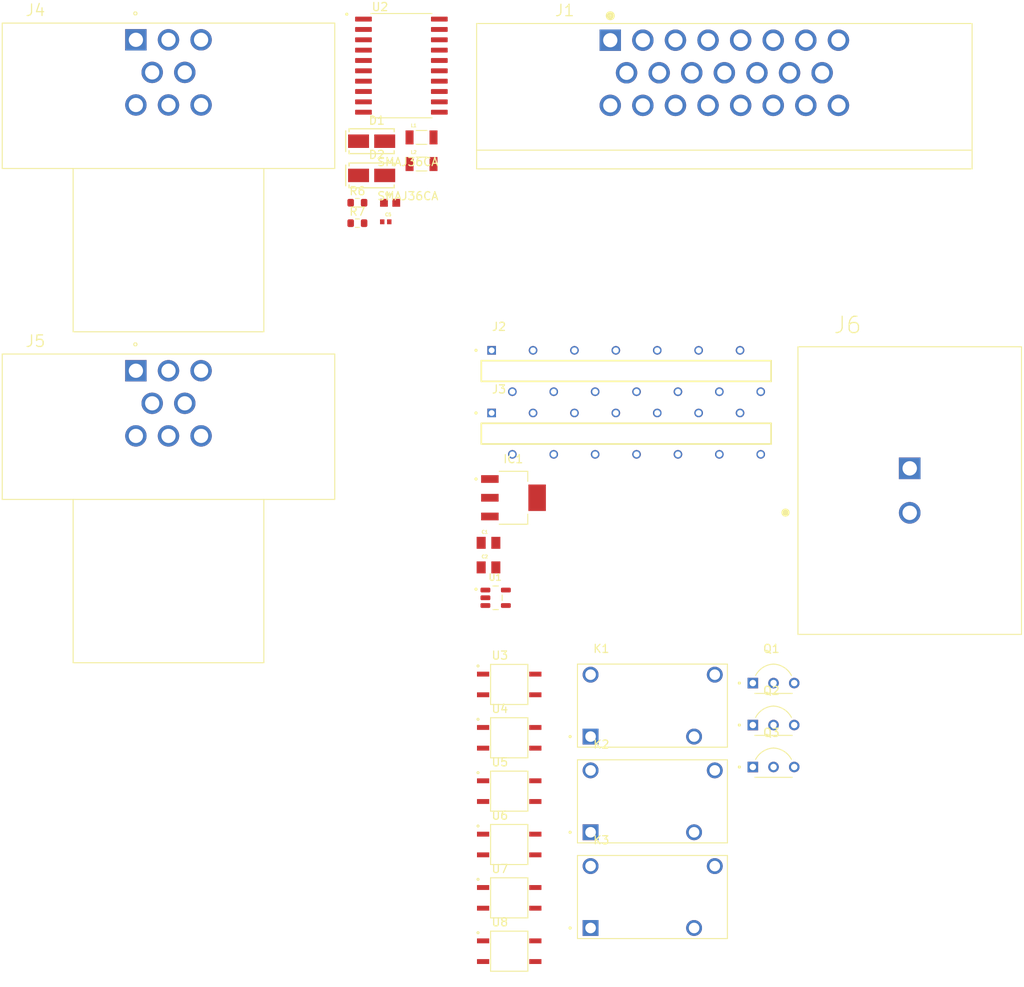
<source format=kicad_pcb>
(kicad_pcb (version 20241229) (generator "pcbnew") (generator_version "9.0")
  (layers (0 "F.Cu" signal) (2 "B.Cu" signal) (13 "F.Paste" user) (15 "B.Paste" user) (5 "F.SilkS" user "F.Silkscreen") (7 "B.SilkS" user "B.Silkscreen") (1 "F.Mask" user) (3 "B.Mask" user) (25 "Edge.Cuts" user))
  (net 0 "")
  (net 1 "+12V")
  (net 2 "GNDp")
  (net 3 "+5V")
  (net 4 "GND")
  (net 5 "/Can/GNDCanx")
  (net 6 "/Can/VCC50CANx")
  (net 7 "/Can/VCC50CAN")
  (net 8 "/Can/GNDCan")
  (net 9 "/Can/CaNHi")
  (net 10 "/Can/CaNLi")
  (net 11 "Net-(J1-Pad17)")
  (net 12 "/DigitalInputs/Button4")
  (net 13 "/DigitalInputs/Button0")
  (net 14 "Net-(J1-Pad22)")
  (net 15 "/Throttle-")
  (net 16 "/DigitalInputs/Button3")
  (net 17 "/Throttle+")
  (net 18 "/Relays/RightIndicator")
  (net 19 "+3.3V")
  (net 20 "Net-(J1-Pad21)")
  (net 21 "/Relays/LeftIndicator")
  (net 22 "Net-(J1-Pad18)")
  (net 23 "/DigitalInputs/Brake")
  (net 24 "/DigitalInputs/Button1")
  (net 25 "/DigitalInputs/Button2")
  (net 26 "/DigitalInputs/BrakeIO")
  (net 27 "/Relays/LeftTurnSignal")
  (net 28 "/DigitalInputs/Dio2")
  (net 30 "/DigitalInputs/Dio4")
  (net 31 "/DigitalInputs/Dio3")
  (net 33 "/DigitalInputs/Dio0")
  (net 36 "/Relays/RightTurnSignal")
  (net 37 "/Relays/BattRelay")
  (net 38 "/DigitalInputs/Dio1")
  (net 41 "/Can/CanRx")
  (net 42 "/Throttle")
  (net 44 "/Can/CanTx")
  (net 49 "/Can/CaNH")
  (net 51 "/Can/CaNL")
  (net 56 "/Relays/BattIn")
  (net 57 "/Relays/BattOut")
  (net 58 "Net-(K1-Pad1)")
  (net 59 "Net-(K2-Pad1)")
  (net 60 "Net-(K3-Pad1)")
  (net 61 "Net-(U1-OUT)")
  (net 62 "Net-(U1-+IN)")
  (net 63 "/Can/AuxCAN")
  (net 64 "Net-(R8-Pad2)")
  (net 65 "Net-(R9-Pad2)")
  (net 66 "Net-(R10-Pad2)")
  (net 67 "Net-(R14-Pad2)")
  (net 68 "Net-(R15-Pad2)")
  (net 69 "Net-(R16-Pad2)")
  (footprint "VOM618A-3T:SOIC254P695X242-4N" (layer "F.Cu") (at 174.595 103.545)
    (property "Reference" "U3" (at -1.14404 -3.5592 0) (layer "F.SilkS") (effects (font (size 1.000898 1.000898))))
    (property "Value" "VOM618A-3T")
    (fp_line (start -2.285 -2.46) (end 2.285 -2.46) (stroke (width 0.127)) (layer "F.SilkS"))
    (fp_line (start -2.285 2.46) (end -2.285 -2.46) (stroke (width 0.127)) (layer "F.SilkS"))
    (fp_line (start 2.285 -2.46) (end 2.285 2.46) (stroke (width 0.127)) (layer "F.SilkS"))
    (fp_line (start 2.285 2.46) (end -2.285 2.46) (stroke (width 0.127)) (layer "F.SilkS"))
    (fp_circle (center -3.826 -2.27) (end -3.699 -2.27) (stroke (width 0.127)) (fill no) (layer "F.SilkS"))
    (pad "1" smd rect (at -3.205 -1.27) (size 1.5 0.6) (layers "F.Cu" "F.Mask" "F.Paste") (net 64 "Net-(R8-Pad2)"))
    (pad "2" smd rect (at -3.205 1.27) (size 1.5 0.6) (layers "F.Cu" "F.Mask" "F.Paste") (net 2 "GNDp"))
    (pad "3" smd rect (at 3.205 1.27) (size 1.5 0.6) (layers "F.Cu" "F.Mask" "F.Paste") (net 4 "GND"))
    (pad "4" smd rect (at 3.205 -1.27) (size 1.5 0.6) (layers "F.Cu" "F.Mask" "F.Paste") (net 26 "/DigitalInputs/BrakeIO"))
  )
  (footprint "776280-1:TE_776280-1" (layer "F.Cu") (at 132.785 69.03)
    (property "Reference" "J5" (at -16.330125 -7.631985 0) (layer "F.SilkS") (effects (font (size 1.417504 1.417504))))
    (property "Value" "776280-1")
    (fp_line (start -20.4 -6.05) (end -20.4 11.8) (stroke (width 0.127)) (layer "F.SilkS"))
    (fp_line (start -20.4 11.8) (end -11.7 11.8) (stroke (width 0.127)) (layer "F.SilkS"))
    (fp_line (start -11.7 11.8) (end -11.7 31.85) (stroke (width 0.127)) (layer "F.SilkS"))
    (fp_line (start -11.7 11.8) (end 11.7 11.8) (stroke (width 0.127)) (layer "F.SilkS"))
    (fp_line (start -11.7 31.85) (end 11.7 31.85) (stroke (width 0.127)) (layer "F.SilkS"))
    (fp_line (start 11.7 11.8) (end 20.4 11.8) (stroke (width 0.127)) (layer "F.SilkS"))
    (fp_line (start 11.7 31.85) (end 11.7 11.8) (stroke (width 0.127)) (layer "F.SilkS"))
    (fp_line (start 20.4 -6.05) (end -20.4 -6.05) (stroke (width 0.127)) (layer "F.SilkS"))
    (fp_line (start 20.4 11.8) (end 20.4 -6.05) (stroke (width 0.127)) (layer "F.SilkS"))
    (fp_circle (center -4.064 -7.239) (end -3.864 -7.239) (stroke (width 0.127)) (fill no) (layer "F.SilkS"))
    (pad "" np_thru_hole circle (at -10.5 0.5) (size 2.85 2.85) (drill 2.85) (layers "*.Cu" "*.Mask"))
    (pad "" np_thru_hole circle (at 10.5 0.5) (size 2.85 2.85) (drill 2.85) (layers "*.Cu" "*.Mask"))
    (pad "1" thru_hole rect (at -4 -4) (size 2.625 2.625) (drill 1.75) (layers "*.Cu" "*.Mask") (net 1 "+12V"))
    (pad "2" thru_hole circle (at 0 -4) (size 2.625 2.625) (drill 1.75) (layers "*.Cu" "*.Mask") (net 2 "GNDp"))
    (pad "3" thru_hole circle (at 4 -4) (size 2.625 2.625) (drill 1.75) (layers "*.Cu" "*.Mask") (net 49 "/Can/CaNH"))
    (pad "4" thru_hole circle (at -2 0) (size 2.625 2.625) (drill 1.75) (layers "*.Cu" "*.Mask") (net 51 "/Can/CaNL"))
    (pad "5" thru_hole circle (at 2 0) (size 2.625 2.625) (drill 1.75) (layers "*.Cu" "*.Mask"))
    (pad "6" thru_hole circle (at -4 4) (size 2.625 2.625) (drill 1.75) (layers "*.Cu" "*.Mask"))
    (pad "7" thru_hole circle (at 0 4) (size 2.625 2.625) (drill 1.75) (layers "*.Cu" "*.Mask"))
    (pad "8" thru_hole circle (at 4 4) (size 2.625 2.625) (drill 1.75) (layers "*.Cu" "*.Mask"))
  )
  (footprint "SMAJ36CA:SMASERIES-M" (layer "F.Cu") (at 157.7112 41.0506)
    (property "Reference" "D2" (at 0.635 -2.54 0) (layer "F.SilkS"))
    (property "Value" "SMAJ36CA" (at 4.445 2.54 0) (layer "F.SilkS"))
    (fp_line (start -3.175 -1.27) (end -3.175 1.27) (stroke (width 0.1524)) (layer "F.SilkS"))
    (fp_line (start -2.7686 -1.524) (end -2.7686 -1.1684) (stroke (width 0.1524)) (layer "F.SilkS"))
    (fp_line (start -2.7686 1.1684) (end -2.7686 1.524) (stroke (width 0.1524)) (layer "F.SilkS"))
    (fp_line (start -2.7686 1.524) (end 2.7686 1.524) (stroke (width 0.1524)) (layer "F.SilkS"))
    (fp_line (start 2.7686 -1.524) (end -2.7686 -1.524) (stroke (width 0.1524)) (layer "F.SilkS"))
    (fp_line (start 2.7686 -1.1684) (end 2.7686 -1.524) (stroke (width 0.1524)) (layer "F.SilkS"))
    (fp_line (start 2.7686 1.524) (end 2.7686 1.1684) (stroke (width 0.1524)) (layer "F.SilkS"))
    (pad "1" smd rect (at -1.6046 0) (size 2.574 1.651) (layers "F.Cu" "F.Mask" "F.Paste") (net 10 "/Can/CaNLi"))
    (pad "2" smd rect (at 1.6046 0) (size 2.574 1.651) (layers "F.Cu" "F.Mask" "F.Paste") (net 8 "/Can/GNDCan"))
  )
  (footprint "VOM618A-3T:SOIC254P695X242-4N" (layer "F.Cu") (at 174.595 123.195)
    (property "Reference" "U6" (at -1.14404 -3.5592 0) (layer "F.SilkS") (effects (font (size 1.000898 1.000898))))
    (property "Value" "VOM618A-3T")
    (fp_line (start -2.285 -2.46) (end 2.285 -2.46) (stroke (width 0.127)) (layer "F.SilkS"))
    (fp_line (start -2.285 2.46) (end -2.285 -2.46) (stroke (width 0.127)) (layer "F.SilkS"))
    (fp_line (start 2.285 -2.46) (end 2.285 2.46) (stroke (width 0.127)) (layer "F.SilkS"))
    (fp_line (start 2.285 2.46) (end -2.285 2.46) (stroke (width 0.127)) (layer "F.SilkS"))
    (fp_circle (center -3.826 -2.27) (end -3.699 -2.27) (stroke (width 0.127)) (fill no) (layer "F.SilkS"))
    (pad "1" smd rect (at -3.205 -1.27) (size 1.5 0.6) (layers "F.Cu" "F.Mask" "F.Paste") (net 67 "Net-(R14-Pad2)"))
    (pad "2" smd rect (at -3.205 1.27) (size 1.5 0.6) (layers "F.Cu" "F.Mask" "F.Paste") (net 2 "GNDp"))
    (pad "3" smd rect (at 3.205 1.27) (size 1.5 0.6) (layers "F.Cu" "F.Mask" "F.Paste") (net 4 "GND"))
    (pad "4" smd rect (at 3.205 -1.27) (size 1.5 0.6) (layers "F.Cu" "F.Mask" "F.Paste") (net 33 "/DigitalInputs/Dio0"))
  )
  (footprint "DT15-2P:TE_DT15-2P" (layer "F.Cu") (at 223.74 79.745)
    (property "Reference" "J6" (at -7.62055 -20.32149 0) (layer "F.SilkS") (effects (font (size 2.000142 2.000142))))
    (property "Value" "DT15-2P")
    (fp_line (start -13.715 -17.655) (end -13.715 17.655) (stroke (width 0.127)) (layer "F.SilkS"))
    (fp_line (start -13.715 17.655) (end 13.715 17.655) (stroke (width 0.127)) (layer "F.SilkS"))
    (fp_line (start 13.715 -17.655) (end -13.715 -17.655) (stroke (width 0.127)) (layer "F.SilkS"))
    (fp_line (start 13.715 17.655) (end 13.715 -17.655) (stroke (width 0.127)) (layer "F.SilkS"))
    (fp_circle (center -15.24 2.7) (end -14.99 2.7) (stroke (width 0.5)) (fill no) (layer "F.SilkS"))
    (pad "" np_thru_hole circle (at -6.11 -9.155) (size 2.99 2.99) (drill 2.99) (layers "*.Cu" "*.Mask"))
    (pad "" np_thru_hole circle (at -6.11 9.155) (size 2.99 2.99) (drill 2.99) (layers "*.Cu" "*.Mask"))
    (pad "" np_thru_hole circle (at 7.4 -9.155) (size 2.99 2.99) (drill 2.99) (layers "*.Cu" "*.Mask"))
    (pad "" np_thru_hole circle (at 7.4 9.155) (size 2.99 2.99) (drill 2.99) (layers "*.Cu" "*.Mask"))
    (pad "1" thru_hole rect (at 0 -2.73) (size 2.655 2.655) (drill 1.77) (layers "*.Cu" "*.Mask") (net 57 "/Relays/BattOut"))
    (pad "2" thru_hole circle (at 0 2.73) (size 2.655 2.655) (drill 1.77) (layers "*.Cu" "*.Mask") (net 56 "/Relays/BattIn"))
  )
  (footprint "770669-5:TE_770669-5" (layer "F.Cu") (at 200.995 28.95)
    (property "Reference" "J1" (at -19.590125 -8.153615 0) (layer "F.SilkS") (effects (font (size 1.402512 1.402512))))
    (property "Value" "770669-5")
    (fp_line (start -30.4 -6.55) (end -30.4 9) (stroke (width 0.127)) (layer "F.SilkS"))
    (fp_line (start -30.4 9) (end -30.4 11.3) (stroke (width 0.127)) (layer "F.SilkS"))
    (fp_line (start -30.4 9) (end 30.4 9) (stroke (width 0.127)) (layer "F.SilkS"))
    (fp_line (start -30.4 11.3) (end -21.7 11.3) (stroke (width 0.127)) (layer "F.SilkS"))
    (fp_line (start -21.7 11.3) (end 21.7 11.3) (stroke (width 0.127)) (layer "F.SilkS"))
    (fp_line (start 21.7 11.3) (end 30.4 11.3) (stroke (width 0.127)) (layer "F.SilkS"))
    (fp_line (start 30.4 -6.55) (end -30.4 -6.55) (stroke (width 0.127)) (layer "F.SilkS"))
    (fp_line (start 30.4 9) (end 30.4 -6.55) (stroke (width 0.127)) (layer "F.SilkS"))
    (fp_line (start 30.4 11.3) (end 30.4 9) (stroke (width 0.127)) (layer "F.SilkS"))
    (fp_circle (center -14 -7.5) (end -13.7 -7.5) (stroke (width 0.5)) (fill no) (layer "F.SilkS"))
    (pad "" np_thru_hole circle (at -20.5 0) (size 2.85 2.85) (drill 2.85) (layers "*.Cu" "*.Mask"))
    (pad "" np_thru_hole circle (at 20.5 0) (size 2.85 2.85) (drill 2.85) (layers "*.Cu" "*.Mask"))
    (pad "1" thru_hole rect (at -14 -4.5) (size 2.625 2.625) (drill 1.75) (layers "*.Cu" "*.Mask") (net 1 "+12V"))
    (pad "2" thru_hole circle (at -10 -4.5) (size 2.625 2.625) (drill 1.75) (layers "*.Cu" "*.Mask") (net 13 "/DigitalInputs/Button0"))
    (pad "3" thru_hole circle (at -6 -4.5) (size 2.625 2.625) (drill 1.75) (layers "*.Cu" "*.Mask") (net 24 "/DigitalInputs/Button1"))
    (pad "4" thru_hole circle (at -2 -4.5) (size 2.625 2.625) (drill 1.75) (layers "*.Cu" "*.Mask") (net 25 "/DigitalInputs/Button2"))
    (pad "5" thru_hole circle (at 2 -4.5) (size 2.625 2.625) (drill 1.75) (layers "*.Cu" "*.Mask") (net 16 "/DigitalInputs/Button3"))
    (pad "6" thru_hole circle (at 6 -4.5) (size 2.625 2.625) (drill 1.75) (layers "*.Cu" "*.Mask") (net 12 "/DigitalInputs/Button4"))
    (pad "7" thru_hole circle (at 10 -4.5) (size 2.625 2.625) (drill 1.75) (layers "*.Cu" "*.Mask") (net 23 "/DigitalInputs/Brake"))
    (pad "8" thru_hole circle (at 14 -4.5) (size 2.625 2.625) (drill 1.75) (layers "*.Cu" "*.Mask") (net 17 "/Throttle+"))
    (pad "9" thru_hole circle (at -12 -0.5) (size 2.625 2.625) (drill 1.75) (layers "*.Cu" "*.Mask") (net 15 "/Throttle-"))
    (pad "10" thru_hole circle (at -8 -0.5) (size 2.625 2.625) (drill 1.75) (layers "*.Cu" "*.Mask") (net 19 "+3.3V"))
    (pad "11" thru_hole circle (at -4 -0.5) (size 2.625 2.625) (drill 1.75) (layers "*.Cu" "*.Mask") (net 2 "GNDp"))
    (pad "12" thru_hole circle (at 0 -0.5) (size 2.625 2.625) (drill 1.75) (layers "*.Cu" "*.Mask") (net 21 "/Relays/LeftIndicator"))
    (pad "13" thru_hole circle (at 4 -0.5) (size 2.625 2.625) (drill 1.75) (layers "*.Cu" "*.Mask") (net 18 "/Relays/RightIndicator"))
    (pad "14" thru_hole circle (at 8 -0.5) (size 2.625 2.625) (drill 1.75) (layers "*.Cu" "*.Mask") (net 2 "GNDp"))
    (pad "15" thru_hole circle (at 12 -0.5) (size 2.625 2.625) (drill 1.75) (layers "*.Cu" "*.Mask") (net 4 "GND"))
    (pad "16" thru_hole circle (at -14 3.5) (size 2.625 2.625) (drill 1.75) (layers "*.Cu" "*.Mask") (net 4 "GND"))
    (pad "17" thru_hole circle (at -10 3.5) (size 2.625 2.625) (drill 1.75) (layers "*.Cu" "*.Mask") (net 11 "Net-(J1-Pad17)"))
    (pad "18" thru_hole circle (at -6 3.5) (size 2.625 2.625) (drill 1.75) (layers "*.Cu" "*.Mask") (net 22 "Net-(J1-Pad18)"))
    (pad "19" thru_hole circle (at -2 3.5) (size 2.625 2.625) (drill 1.75) (layers "*.Cu" "*.Mask") (net 3 "+5V"))
    (pad "20" thru_hole circle (at 2 3.5) (size 2.625 2.625) (drill 1.75) (layers "*.Cu" "*.Mask") (net 3 "+5V"))
    (pad "21" thru_hole circle (at 6 3.5) (size 2.625 2.625) (drill 1.75) (layers "*.Cu" "*.Mask") (net 20 "Net-(J1-Pad21)"))
    (pad "22" thru_hole circle (at 10 3.5) (size 2.625 2.625) (drill 1.75) (layers "*.Cu" "*.Mask") (net 14 "Net-(J1-Pad22)"))
    (pad "23" thru_hole circle (at 14 3.5) (size 2.625 2.625) (drill 1.75) (layers "*.Cu" "*.Mask") (net 4 "GND"))
  )
  (footprint "VOM618A-3T:SOIC254P695X242-4N" (layer "F.Cu") (at 174.595 110.095)
    (property "Reference" "U4" (at -1.14404 -3.5592 0) (layer "F.SilkS") (effects (font (size 1.000898 1.000898))))
    (property "Value" "VOM618A-3T")
    (fp_line (start -2.285 -2.46) (end 2.285 -2.46) (stroke (width 0.127)) (layer "F.SilkS"))
    (fp_line (start -2.285 2.46) (end -2.285 -2.46) (stroke (width 0.127)) (layer "F.SilkS"))
    (fp_line (start 2.285 -2.46) (end 2.285 2.46) (stroke (width 0.127)) (layer "F.SilkS"))
    (fp_line (start 2.285 2.46) (end -2.285 2.46) (stroke (width 0.127)) (layer "F.SilkS"))
    (fp_circle (center -3.826 -2.27) (end -3.699 -2.27) (stroke (width 0.127)) (fill no) (layer "F.SilkS"))
    (pad "1" smd rect (at -3.205 -1.27) (size 1.5 0.6) (layers "F.Cu" "F.Mask" "F.Paste") (net 65 "Net-(R9-Pad2)"))
    (pad "2" smd rect (at -3.205 1.27) (size 1.5 0.6) (layers "F.Cu" "F.Mask" "F.Paste") (net 2 "GNDp"))
    (pad "3" smd rect (at 3.205 1.27) (size 1.5 0.6) (layers "F.Cu" "F.Mask" "F.Paste") (net 4 "GND"))
    (pad "4" smd rect (at 3.205 -1.27) (size 1.5 0.6) (layers "F.Cu" "F.Mask" "F.Paste") (net 31 "/DigitalInputs/Dio3"))
  )
  (footprint "776280-1:TE_776280-1" (layer "F.Cu") (at 132.785 28.4025)
    (property "Reference" "J4" (at -16.330125 -7.631985 0) (layer "F.SilkS") (effects (font (size 1.417504 1.417504))))
    (property "Value" "776280-1")
    (fp_line (start -20.4 -6.05) (end -20.4 11.8) (stroke (width 0.127)) (layer "F.SilkS"))
    (fp_line (start -20.4 11.8) (end -11.7 11.8) (stroke (width 0.127)) (layer "F.SilkS"))
    (fp_line (start -11.7 11.8) (end -11.7 31.85) (stroke (width 0.127)) (layer "F.SilkS"))
    (fp_line (start -11.7 11.8) (end 11.7 11.8) (stroke (width 0.127)) (layer "F.SilkS"))
    (fp_line (start -11.7 31.85) (end 11.7 31.85) (stroke (width 0.127)) (layer "F.SilkS"))
    (fp_line (start 11.7 11.8) (end 20.4 11.8) (stroke (width 0.127)) (layer "F.SilkS"))
    (fp_line (start 11.7 31.85) (end 11.7 11.8) (stroke (width 0.127)) (layer "F.SilkS"))
    (fp_line (start 20.4 -6.05) (end -20.4 -6.05) (stroke (width 0.127)) (layer "F.SilkS"))
    (fp_line (start 20.4 11.8) (end 20.4 -6.05) (stroke (width 0.127)) (layer "F.SilkS"))
    (fp_circle (center -4.064 -7.239) (end -3.864 -7.239) (stroke (width 0.127)) (fill no) (layer "F.SilkS"))
    (pad "" np_thru_hole circle (at -10.5 0.5) (size 2.85 2.85) (drill 2.85) (layers "*.Cu" "*.Mask"))
    (pad "" np_thru_hole circle (at 10.5 0.5) (size 2.85 2.85) (drill 2.85) (layers "*.Cu" "*.Mask"))
    (pad "1" thru_hole rect (at -4 -4) (size 2.625 2.625) (drill 1.75) (layers "*.Cu" "*.Mask") (net 1 "+12V"))
    (pad "2" thru_hole circle (at 0 -4) (size 2.625 2.625) (drill 1.75) (layers "*.Cu" "*.Mask") (net 2 "GNDp"))
    (pad "3" thru_hole circle (at 4 -4) (size 2.625 2.625) (drill 1.75) (layers "*.Cu" "*.Mask") (net 49 "/Can/CaNH"))
    (pad "4" thru_hole circle (at -2 0) (size 2.625 2.625) (drill 1.75) (layers "*.Cu" "*.Mask") (net 51 "/Can/CaNL"))
    (pad "5" thru_hole circle (at 2 0) (size 2.625 2.625) (drill 1.75) (layers "*.Cu" "*.Mask"))
    (pad "6" thru_hole circle (at -4 4) (size 2.625 2.625) (drill 1.75) (layers "*.Cu" "*.Mask"))
    (pad "7" thru_hole circle (at 0 4) (size 2.625 2.625) (drill 1.75) (layers "*.Cu" "*.Mask"))
    (pad "8" thru_hole circle (at 4 4) (size 2.625 2.625) (drill 1.75) (layers "*.Cu" "*.Mask"))
  )
  (footprint "RN73C2B100RBTDF:RESC3015X65N" (layer "F.Cu") (at 163.835 36.385)
    (property "Reference" "L1" (at -0.96 -1.45 0) (layer "F.SilkS") (effects (font (size 0.393701 0.393701) (thickness 0.098425))))
    (property "Value" "100BR")
    (fp_line (start -0.66 -0.85) (end 0.66 -0.85) (stroke (width 0.127)) (layer "F.SilkS"))
    (fp_line (start -0.66 0.85) (end 0.66 0.85) (stroke (width 0.127)) (layer "F.SilkS"))
    (pad "1" smd rect (at -1.47 0) (size 0.98 1.72) (layers "F.Cu" "F.Mask" "F.Paste") (net 6 "/Can/VCC50CANx"))
    (pad "2" smd rect (at 1.47 0) (size 0.98 1.72) (layers "F.Cu" "F.Mask" "F.Paste") (net 7 "/Can/VCC50CAN"))
  )
  (footprint "VOM618A-3T:SOIC254P695X242-4N" (layer "F.Cu") (at 174.595 136.295)
    (property "Reference" "U8" (at -1.14404 -3.5592 0) (layer "F.SilkS") (effects (font (size 1.000898 1.000898))))
    (property "Value" "VOM618A-3T")
    (fp_line (start -2.285 -2.46) (end 2.285 -2.46) (stroke (width 0.127)) (layer "F.SilkS"))
    (fp_line (start -2.285 2.46) (end -2.285 -2.46) (stroke (width 0.127)) (layer "F.SilkS"))
    (fp_line (start 2.285 -2.46) (end 2.285 2.46) (stroke (width 0.127)) (layer "F.SilkS"))
    (fp_line (start 2.285 2.46) (end -2.285 2.46) (stroke (width 0.127)) (layer "F.SilkS"))
    (fp_circle (center -3.826 -2.27) (end -3.699 -2.27) (stroke (width 0.127)) (fill no) (layer "F.SilkS"))
    (pad "1" smd rect (at -3.205 -1.27) (size 1.5 0.6) (layers "F.Cu" "F.Mask" "F.Paste") (net 69 "Net-(R16-Pad2)"))
    (pad "2" smd rect (at -3.205 1.27) (size 1.5 0.6) (layers "F.Cu" "F.Mask" "F.Paste") (net 2 "GNDp"))
    (pad "3" smd rect (at 3.205 1.27) (size 1.5 0.6) (layers "F.Cu" "F.Mask" "F.Paste") (net 4 "GND"))
    (pad "4" smd rect (at 3.205 -1.27) (size 1.5 0.6) (layers "F.Cu" "F.Mask" "F.Paste") (net 28 "/DigitalInputs/Dio2"))
  )
  (footprint "ADM3057EBRWZ:SOIC127P1032X265-20N" (layer "F.Cu") (at 161.365 27.575)
    (property "Reference" "U2" (at -2.625 -7.212 0) (layer "F.SilkS"))
    (property "Value" "ADM3057EBRWZ")
    (fp_line (start -3.75 -6.4) (end 3.75 -6.4) (stroke (width 0.127)) (layer "F.SilkS"))
    (fp_line (start -3.75 6.4) (end 3.75 6.4) (stroke (width 0.127)) (layer "F.SilkS"))
    (fp_circle (center -6.705 -6.315) (end -6.605 -6.315) (stroke (width 0.2)) (fill no) (layer "F.SilkS"))
    (pad "1" smd roundrect (at -4.655 -5.715) (size 2.05 0.6) (layers "F.Cu" "F.Mask" "F.Paste") (roundrect_rratio 0.125) (net 4 "GND"))
    (pad "2" smd roundrect (at -4.655 -4.445) (size 2.05 0.6) (layers "F.Cu" "F.Mask" "F.Paste") (roundrect_rratio 0.125) (net 4 "GND"))
    (pad "3" smd roundrect (at -4.655 -3.175) (size 2.05 0.6) (layers "F.Cu" "F.Mask" "F.Paste") (roundrect_rratio 0.125) (net 3 "+5V"))
    (pad "4" smd roundrect (at -4.655 -1.905) (size 2.05 0.6) (layers "F.Cu" "F.Mask" "F.Paste") (roundrect_rratio 0.125) (net 19 "+3.3V"))
    (pad "5" smd roundrect (at -4.655 -0.635) (size 2.05 0.6) (layers "F.Cu" "F.Mask" "F.Paste") (roundrect_rratio 0.125) (net 41 "/Can/CanRx"))
    (pad "6" smd roundrect (at -4.655 0.635) (size 2.05 0.6) (layers "F.Cu" "F.Mask" "F.Paste") (roundrect_rratio 0.125) (net 4 "GND"))
    (pad "7" smd roundrect (at -4.655 1.905) (size 2.05 0.6) (layers "F.Cu" "F.Mask" "F.Paste") (roundrect_rratio 0.125) (net 44 "/Can/CanTx"))
    (pad "8" smd roundrect (at -4.655 3.175) (size 2.05 0.6) (layers "F.Cu" "F.Mask" "F.Paste") (roundrect_rratio 0.125) (net 4 "GND"))
    (pad "9" smd roundrect (at -4.655 4.445) (size 2.05 0.6) (layers "F.Cu" "F.Mask" "F.Paste") (roundrect_rratio 0.125) (net 4 "GND"))
    (pad "10" smd roundrect (at -4.655 5.715) (size 2.05 0.6) (layers "F.Cu" "F.Mask" "F.Paste") (roundrect_rratio 0.125) (net 4 "GND"))
    (pad "11" smd roundrect (at 4.655 5.715) (size 2.05 0.6) (layers "F.Cu" "F.Mask" "F.Paste") (roundrect_rratio 0.125) (net 8 "/Can/GNDCan"))
    (pad "12" smd roundrect (at 4.655 4.445) (size 2.05 0.6) (layers "F.Cu" "F.Mask" "F.Paste") (roundrect_rratio 0.125) (net 8 "/Can/GNDCan"))
    (pad "13" smd roundrect (at 4.655 3.175) (size 2.05 0.6) (layers "F.Cu" "F.Mask" "F.Paste") (roundrect_rratio 0.125) (net 10 "/Can/CaNLi"))
    (pad "14" smd roundrect (at 4.655 1.905) (size 2.05 0.6) (layers "F.Cu" "F.Mask" "F.Paste") (roundrect_rratio 0.125) (net 9 "/Can/CaNHi"))
    (pad "15" smd roundrect (at 4.655 0.635) (size 2.05 0.6) (layers "F.Cu" "F.Mask" "F.Paste") (roundrect_rratio 0.125) (net 8 "/Can/GNDCan"))
    (pad "16" smd roundrect (at 4.655 -0.635) (size 2.05 0.6) (layers "F.Cu" "F.Mask" "F.Paste") (roundrect_rratio 0.125) (net 7 "/Can/VCC50CAN"))
    (pad "17" smd roundrect (at 4.655 -1.905) (size 2.05 0.6) (layers "F.Cu" "F.Mask" "F.Paste") (roundrect_rratio 0.125) (net 63 "/Can/AuxCAN"))
    (pad "18" smd roundrect (at 4.655 -3.175) (size 2.05 0.6) (layers "F.Cu" "F.Mask" "F.Paste") (roundrect_rratio 0.125) (net 5 "/Can/GNDCanx"))
    (pad "19" smd roundrect (at 4.655 -4.445) (size 2.05 0.6) (layers "F.Cu" "F.Mask" "F.Paste") (roundrect_rratio 0.125) (net 6 "/Can/VCC50CANx"))
    (pad "20" smd roundrect (at 4.655 -5.715) (size 2.05 0.6) (layers "F.Cu" "F.Mask" "F.Paste") (roundrect_rratio 0.125) (net 5 "/Can/GNDCanx"))
  )
  (footprint "VOM618A-3T:SOIC254P695X242-4N" (layer "F.Cu") (at 174.595 116.645)
    (property "Reference" "U5" (at -1.14404 -3.5592 0) (layer "F.SilkS") (effects (font (size 1.000898 1.000898))))
    (property "Value" "VOM618A-3T")
    (fp_line (start -2.285 -2.46) (end 2.285 -2.46) (stroke (width 0.127)) (layer "F.SilkS"))
    (fp_line (start -2.285 2.46) (end -2.285 -2.46) (stroke (width 0.127)) (layer "F.SilkS"))
    (fp_line (start 2.285 -2.46) (end 2.285 2.46) (stroke (width 0.127)) (layer "F.SilkS"))
    (fp_line (start 2.285 2.46) (end -2.285 2.46) (stroke (width 0.127)) (layer "F.SilkS"))
    (fp_circle (center -3.826 -2.27) (end -3.699 -2.27) (stroke (width 0.127)) (fill no) (layer "F.SilkS"))
    (pad "1" smd rect (at -3.205 -1.27) (size 1.5 0.6) (layers "F.Cu" "F.Mask" "F.Paste") (net 66 "Net-(R10-Pad2)"))
    (pad "2" smd rect (at -3.205 1.27) (size 1.5 0.6) (layers "F.Cu" "F.Mask" "F.Paste") (net 2 "GNDp"))
    (pad "3" smd rect (at 3.205 1.27) (size 1.5 0.6) (layers "F.Cu" "F.Mask" "F.Paste") (net 4 "GND"))
    (pad "4" smd rect (at 3.205 -1.27) (size 1.5 0.6) (layers "F.Cu" "F.Mask" "F.Paste") (net 30 "/DigitalInputs/Dio4"))
  )
  (footprint "RN73C2B100RBTDF:RESC3015X65N" (layer "F.Cu") (at 163.835 39.655)
    (property "Reference" "L2" (at -0.96 -1.45 0) (layer "F.SilkS") (effects (font (size 0.393701 0.393701) (thickness 0.098425))))
    (property "Value" "100BR")
    (fp_line (start -0.66 -0.85) (end 0.66 -0.85) (stroke (width 0.127)) (layer "F.SilkS"))
    (fp_line (start -0.66 0.85) (end 0.66 0.85) (stroke (width 0.127)) (layer "F.SilkS"))
    (pad "1" smd rect (at -1.47 0) (size 0.98 1.72) (layers "F.Cu" "F.Mask" "F.Paste") (net 5 "/Can/GNDCanx"))
    (pad "2" smd rect (at 1.47 0) (size 0.98 1.72) (layers "F.Cu" "F.Mask" "F.Paste") (net 8 "/Can/GNDCan"))
  )
  (footprint "PRE29-5V-S-450-1A-E:RELAY_PRE29-5V-S-450-1A-E" (layer "F.Cu") (at 192.17 106.145)
    (property "Reference" "K1" (at -6.275 -6.985 0) (layer "F.SilkS"))
    (property "Value" "J107F1AS123VDC.36")
    (fp_line (start -9.2 -5.1) (end -9.2 5.1) (stroke (width 0.127)) (layer "F.SilkS"))
    (fp_line (start -9.2 5.1) (end 9.2 5.1) (stroke (width 0.127)) (layer "F.SilkS"))
    (fp_line (start 9.2 -5.1) (end -9.2 -5.1) (stroke (width 0.127)) (layer "F.SilkS"))
    (fp_line (start 9.2 5.1) (end 9.2 -5.1) (stroke (width 0.127)) (layer "F.SilkS"))
    (fp_circle (center -10.1 3.8) (end -10 3.8) (stroke (width 0.2)) (fill no) (layer "F.SilkS"))
    (pad "1" thru_hole rect (at -7.59 3.8) (size 1.95 1.95) (drill 1.3) (layers "*.Cu" "*.Mask") (net 58 "Net-(K1-Pad1)"))
    (pad "2" thru_hole circle (at -7.59 -3.8) (size 1.95 1.95) (drill 1.3) (layers "*.Cu" "*.Mask") (net 3 "+5V"))
    (pad "3" thru_hole circle (at 5.11 3.8) (size 1.95 1.95) (drill 1.3) (layers "*.Cu" "*.Mask") (net 18 "/Relays/RightIndicator"))
    (pad "4" thru_hole circle (at 7.65 -3.8) (size 1.95 1.95) (drill 1.3) (layers "*.Cu" "*.Mask") (net 1 "+12V"))
  )
  (footprint "Cap10U:CAPC2012X145N" (layer "F.Cu") (at 172.053 89.174)
    (property "Reference" "C2" (at -0.46 -1.32 0) (layer "F.SilkS") (effects (font (size 0.393701 0.393701) (thickness 0.098425))))
    (property "Value" "10U")
    (pad "1" smd rect (at -0.9 0) (size 1.11 1.47) (layers "F.Cu" "F.Mask" "F.Paste") (net 4 "GND"))
    (pad "2" smd rect (at 0.9 0) (size 1.11 1.47) (layers "F.Cu" "F.Mask" "F.Paste") (net 3 "+5V"))
  )
  (footprint "2N2222A:TO92254P470H750-3" (layer "F.Cu") (at 207.029 106.199)
    (property "Reference" "Q2" (at -0.264 -1.887 0) (layer "F.SilkS"))
    (property "Value" "2N2222A")
    (fp_line (start -2.3 3.6) (end 2.3 3.6) (stroke (width 0.127)) (layer "F.SilkS"))
    (fp_arc (start -2.2 1.4) (mid -1.287564 0.405256) (end 0 0) (stroke (width 0.127)) (layer "F.SilkS"))
    (fp_arc (start 0 0) (mid 1.287564 0.405256) (end 2.2 1.4) (stroke (width 0.127)) (layer "F.SilkS"))
    (fp_circle (center -4.189 2.33) (end -4.089 2.33) (stroke (width 0.2)) (fill no) (layer "F.SilkS"))
    (pad "1" thru_hole rect (at -2.54 2.33) (size 1.298 1.298) (drill 0.79) (layers "*.Cu" "*.Mask") (net 4 "GND"))
    (pad "2" thru_hole circle (at 0 2.33) (size 1.298 1.298) (drill 0.79) (layers "*.Cu" "*.Mask") (net 37 "/Relays/BattRelay"))
    (pad "3" thru_hole circle (at 2.54 2.33) (size 1.298 1.298) (drill 0.79) (layers "*.Cu" "*.Mask") (net 60 "Net-(K3-Pad1)"))
  )
  (footprint "PRE29-5V-S-450-1A-E:RELAY_PRE29-5V-S-450-1A-E" (layer "F.Cu") (at 192.17 117.895)
    (property "Reference" "K2" (at -6.275 -6.985 0) (layer "F.SilkS"))
    (property "Value" "J107F1AS123VDC.36")
    (fp_line (start -9.2 -5.1) (end -9.2 5.1) (stroke (width 0.127)) (layer "F.SilkS"))
    (fp_line (start -9.2 5.1) (end 9.2 5.1) (stroke (width 0.127)) (layer "F.SilkS"))
    (fp_line (start 9.2 -5.1) (end -9.2 -5.1) (stroke (width 0.127)) (layer "F.SilkS"))
    (fp_line (start 9.2 5.1) (end 9.2 -5.1) (stroke (width 0.127)) (layer "F.SilkS"))
    (fp_circle (center -10.1 3.8) (end -10 3.8) (stroke (width 0.2)) (fill no) (layer "F.SilkS"))
    (pad "1" thru_hole rect (at -7.59 3.8) (size 1.95 1.95) (drill 1.3) (layers "*.Cu" "*.Mask") (net 59 "Net-(K2-Pad1)"))
    (pad "2" thru_hole circle (at -7.59 -3.8) (size 1.95 1.95) (drill 1.3) (layers "*.Cu" "*.Mask") (net 3 "+5V"))
    (pad "3" thru_hole circle (at 5.11 3.8) (size 1.95 1.95) (drill 1.3) (layers "*.Cu" "*.Mask") (net 21 "/Relays/LeftIndicator"))
    (pad "4" thru_hole circle (at 7.65 -3.8) (size 1.95 1.95) (drill 1.3) (layers "*.Cu" "*.Mask") (net 1 "+12V"))
  )
  (footprint "2N2222A:TO92254P470H750-3" (layer "F.Cu") (at 207.029 101.047)
    (property "Reference" "Q1" (at -0.264 -1.887 0) (layer "F.SilkS"))
    (property "Value" "2N2222A")
    (fp_line (start -2.3 3.6) (end 2.3 3.6) (stroke (width 0.127)) (layer "F.SilkS"))
    (fp_arc (start -2.2 1.4) (mid -1.287564 0.405256) (end 0 0) (stroke (width 0.127)) (layer "F.SilkS"))
    (fp_arc (start 0 0) (mid 1.287564 0.405256) (end 2.2 1.4) (stroke (width 0.127)) (layer "F.SilkS"))
    (fp_circle (center -4.189 2.33) (end -4.089 2.33) (stroke (width 0.2)) (fill no) (layer "F.SilkS"))
    (pad "1" thru_hole rect (at -2.54 2.33) (size 1.298 1.298) (drill 0.79) (layers "*.Cu" "*.Mask") (net 4 "GND"))
    (pad "2" thru_hole circle (at 0 2.33) (size 1.298 1.298) (drill 0.79) (layers "*.Cu" "*.Mask") (net 36 "/Relays/RightTurnSignal"))
    (pad "3" thru_hole circle (at 2.54 2.33) (size 1.298 1.298) (drill 0.79) (layers "*.Cu" "*.Mask") (net 58 "Net-(K1-Pad1)"))
  )
  (footprint "Resistor_SMD:R_0603_1608Metric" (layer "F.Cu") (at 155.965 44.405)
    (property "Reference" "R6" (at 0 -1.43 0) (layer "F.SilkS"))
    (property "Value" "R8")
    (fp_line (start -0.237258 -0.5225) (end 0.237258 -0.5225) (stroke (width 0.12)) (layer "F.SilkS"))
    (fp_line (start -0.237258 0.5225) (end 0.237258 0.5225) (stroke (width 0.12)) (layer "F.SilkS"))
    (pad "1" smd roundrect (at -0.825 0) (size 0.8 0.95) (layers "F.Cu" "F.Mask" "F.Paste") (net 9 "/Can/CaNHi"))
    (pad "2" smd roundrect (at 0.825 0) (size 0.8 0.95) (layers "F.Cu" "F.Mask" "F.Paste") (net 49 "/Can/CaNH"))
  )
  (footprint "PRE29-5V-S-450-1A-E:RELAY_PRE29-5V-S-450-1A-E" (layer "F.Cu") (at 192.17 129.645)
    (property "Reference" "K3" (at -6.275 -6.985 0) (layer "F.SilkS"))
    (property "Value" "J107F1AS123VDC.36")
    (fp_line (start -9.2 -5.1) (end -9.2 5.1) (stroke (width 0.127)) (layer "F.SilkS"))
    (fp_line (start -9.2 5.1) (end 9.2 5.1) (stroke (width 0.127)) (layer "F.SilkS"))
    (fp_line (start 9.2 -5.1) (end -9.2 -5.1) (stroke (width 0.127)) (layer "F.SilkS"))
    (fp_line (start 9.2 5.1) (end 9.2 -5.1) (stroke (width 0.127)) (layer "F.SilkS"))
    (fp_circle (center -10.1 3.8) (end -10 3.8) (stroke (width 0.2)) (fill no) (layer "F.SilkS"))
    (pad "1" thru_hole rect (at -7.59 3.8) (size 1.95 1.95) (drill 1.3) (layers "*.Cu" "*.Mask") (net 60 "Net-(K3-Pad1)"))
    (pad "2" thru_hole circle (at -7.59 -3.8) (size 1.95 1.95) (drill 1.3) (layers "*.Cu" "*.Mask") (net 3 "+5V"))
    (pad "3" thru_hole circle (at 5.11 3.8) (size 1.95 1.95) (drill 1.3) (layers "*.Cu" "*.Mask") (net 57 "/Relays/BattOut"))
    (pad "4" thru_hole circle (at 7.65 -3.8) (size 1.95 1.95) (drill 1.3) (layers "*.Cu" "*.Mask") (net 56 "/Relays/BattIn"))
  )
  (footprint "BCS:SAMTEC_BCS-114-L-S-PE-BE" (layer "F.Cu") (at 188.95 72.755)
    (property "Reference" "J3" (at -15.605 -5.445 0) (layer "F.SilkS"))
    (property "Value" "BCS-114-L-S-PE-BE")
    (fp_line (start -17.78 -1.27) (end 17.78 -1.27) (stroke (width 0.2)) (layer "F.SilkS"))
    (fp_line (start -17.78 1.27) (end -17.78 -1.27) (stroke (width 0.2)) (layer "F.SilkS"))
    (fp_line (start 17.78 -1.27) (end 17.78 1.27) (stroke (width 0.2)) (layer "F.SilkS"))
    (fp_line (start 17.78 1.27) (end -17.78 1.27) (stroke (width 0.2)) (layer "F.SilkS"))
    (fp_circle (center -18.43 -2.54) (end -18.33 -2.54) (stroke (width 0.2)) (fill no) (layer "F.SilkS"))
    (pad "" np_thru_hole circle (at -16.51 0) (size 1.02 1.02) (drill 1.02) (layers "*.Cu" "*.Mask"))
    (pad "" np_thru_hole circle (at -13.97 0) (size 1.02 1.02) (drill 1.02) (layers "*.Cu" "*.Mask"))
    (pad "" np_thru_hole circle (at -11.43 0) (size 1.02 1.02) (drill 1.02) (layers "*.Cu" "*.Mask"))
    (pad "" np_thru_hole circle (at -8.89 0) (size 1.02 1.02) (drill 1.02) (layers "*.Cu" "*.Mask"))
    (pad "" np_thru_hole circle (at -6.35 0) (size 1.02 1.02) (drill 1.02) (layers "*.Cu" "*.Mask"))
    (pad "" np_thru_hole circle (at -3.81 0) (size 1.02 1.02) (drill 1.02) (layers "*.Cu" "*.Mask"))
    (pad "" np_thru_hole circle (at -1.27 0) (size 1.02 1.02) (drill 1.02) (layers "*.Cu" "*.Mask"))
    (pad "" np_thru_hole circle (at 1.27 0) (size 1.02 1.02) (drill 1.02) (layers "*.Cu" "*.Mask"))
    (pad "" np_thru_hole circle (at 3.81 0) (size 1.02 1.02) (drill 1.02) (layers "*.Cu" "*.Mask"))
    (pad "" np_thru_hole circle (at 6.35 0) (size 1.02 1.02) (drill 1.02) (layers "*.Cu" "*.Mask"))
    (pad "" np_thru_hole circle (at 8.89 0) (size 1.02 1.02) (drill 1.02) (layers "*.Cu" "*.Mask"))
    (pad "" np_thru_hole circle (at 11.43 0) (size 1.02 1.02) (drill 1.02) (layers "*.Cu" "*.Mask"))
    (pad "" np_thru_hole circle (at 13.97 0) (size 1.02 1.02) (drill 1.02) (layers "*.Cu" "*.Mask"))
    (pad "" np_thru_hole circle (at 16.51 0) (size 1.02 1.02) (drill 1.02) (layers "*.Cu" "*.Mask"))
    (pad "01" thru_hole rect (at -16.51 -2.54) (size 1.06 1.06) (drill 0.71) (layers "*.Cu" "*.Mask") (net 3 "+5V"))
    (pad "02" thru_hole circle (at -13.97 2.54) (size 1.06 1.06) (drill 0.71) (layers "*.Cu" "*.Mask") (net 4 "GND"))
    (pad "03" thru_hole circle (at -11.43 -2.54) (size 1.06 1.06) (drill 0.71) (layers "*.Cu" "*.Mask") (net 19 "+3.3V"))
    (pad "04" thru_hole circle (at -8.89 2.54) (size 1.06 1.06) (drill 0.71) (layers "*.Cu" "*.Mask") (net 41 "/Can/CanRx"))
    (pad "05" thru_hole circle (at -6.35 -2.54) (size 1.06 1.06) (drill 0.71) (layers "*.Cu" "*.Mask") (net 44 "/Can/CanTx"))
    (pad "06" thru_hole circle (at -3.81 2.54) (size 1.06 1.06) (drill 0.71) (layers "*.Cu" "*.Mask"))
    (pad "07" thru_hole circle (at -1.27 -2.54) (size 1.06 1.06) (drill 0.71) (layers "*.Cu" "*.Mask"))
    (pad "08" thru_hole circle (at 1.27 2.54) (size 1.06 1.06) (drill 0.71) (layers "*.Cu" "*.Mask"))
    (pad "09" thru_hole circle (at 3.81 -2.54) (size 1.06 1.06) (drill 0.71) (layers "*.Cu" "*.Mask") (net 42 "/Throttle"))
    (pad "10" thru_hole circle (at 6.35 2.54) (size 1.06 1.06) (drill 0.71) (layers "*.Cu" "*.Mask") (net 14 "Net-(J1-Pad22)"))
    (pad "11" thru_hole circle (at 8.89 -2.54) (size 1.06 1.06) (drill 0.71) (layers "*.Cu" "*.Mask") (net 20 "Net-(J1-Pad21)"))
    (pad "12" thru_hole circle (at 11.43 2.54) (size 1.06 1.06) (drill 0.71) (layers "*.Cu" "*.Mask") (net 22 "Net-(J1-Pad18)"))
    (pad "13" thru_hole circle (at 13.97 -2.54) (size 1.06 1.06) (drill 0.71) (layers "*.Cu" "*.Mask") (net 11 "Net-(J1-Pad17)"))
    (pad "14" thru_hole circle (at 16.51 2.54) (size 1.06 1.06) (drill 0.71) (layers "*.Cu" "*.Mask"))
  )
  (footprint "GRT155C80J105KE01J:CAPC1005X55N" (layer "F.Cu") (at 159.445 46.745)
    (property "Reference" "C5" (at 0.3 -0.88 0) (layer "F.SilkS") (effects (font (size 0.393701 0.393701) (thickness 0.098425))))
    (property "Value" "1U")
    (pad "1" smd rect (at -0.432 0) (size 0.54 0.6) (layers "F.Cu" "F.Mask" "F.Paste") (net 7 "/Can/VCC50CAN"))
    (pad "2" smd rect (at 0.432 0) (size 0.54 0.6) (layers "F.Cu" "F.Mask" "F.Paste") (net 8 "/Can/GNDCan"))
  )
  (footprint "2N2222A:TO92254P470H750-3" (layer "F.Cu") (at 207.029 111.351)
    (property "Reference" "Q3" (at -0.264 -1.887 0) (layer "F.SilkS"))
    (property "Value" "2N2222A")
    (fp_line (start -2.3 3.6) (end 2.3 3.6) (stroke (width 0.127)) (layer "F.SilkS"))
    (fp_arc (start -2.2 1.4) (mid -1.287564 0.405256) (end 0 0) (stroke (width 0.127)) (layer "F.SilkS"))
    (fp_arc (start 0 0) (mid 1.287564 0.405256) (end 2.2 1.4) (stroke (width 0.127)) (layer "F.SilkS"))
    (fp_circle (center -4.189 2.33) (end -4.089 2.33) (stroke (width 0.2)) (fill no) (layer "F.SilkS"))
    (pad "1" thru_hole rect (at -2.54 2.33) (size 1.298 1.298) (drill 0.79) (layers "*.Cu" "*.Mask") (net 4 "GND"))
    (pad "2" thru_hole circle (at 0 2.33) (size 1.298 1.298) (drill 0.79) (layers "*.Cu" "*.Mask") (net 27 "/Relays/LeftTurnSignal"))
    (pad "3" thru_hole circle (at 2.54 2.33) (size 1.298 1.298) (drill 0.79) (layers "*.Cu" "*.Mask") (net 59 "Net-(K2-Pad1)"))
  )
  (footprint "REG1117-5:SOT230P700X180-4N" (layer "F.Cu") (at 175.12 80.625)
    (property "Reference" "IC1" (at -0.025 -4.754 0) (layer "F.SilkS"))
    (property "Value" "REG1117-5")
    (fp_line (start -1.75 -3.25) (end 1.75 -3.25) (stroke (width 0.127)) (layer "F.SilkS"))
    (fp_line (start -1.75 3.25) (end 1.75 3.25) (stroke (width 0.127)) (layer "F.SilkS"))
    (fp_line (start 1.75 -3.25) (end 1.75 -2.01) (stroke (width 0.127)) (layer "F.SilkS"))
    (fp_line (start 1.75 3.25) (end 1.75 2.01) (stroke (width 0.127)) (layer "F.SilkS"))
    (fp_circle (center -4.6 -2.3) (end -4.5 -2.3) (stroke (width 0.2)) (fill no) (layer "F.SilkS"))
    (pad "1" smd rect (at -2.9 -2.3) (size 2.15 0.95) (layers "F.Cu" "F.Mask" "F.Paste") (net 4 "GND"))
    (pad "2" smd rect (at -2.9 0) (size 2.15 0.95) (layers "F.Cu" "F.Mask" "F.Paste") (net 3 "+5V"))
    (pad "2" smd rect (at 2.9 0) (size 2.15 3.25) (layers "F.Cu" "F.Mask" "F.Paste") (net 3 "+5V"))
    (pad "3" smd rect (at -2.9 2.3) (size 2.15 0.95) (layers "F.Cu" "F.Mask" "F.Paste") (net 1 "+12V"))
  )
  (footprint "SMAJ36CA:SMASERIES-M" (layer "F.Cu") (at 157.7112 36.8502)
    (property "Reference" "D1" (at 0.635 -2.54 0) (layer "F.SilkS"))
    (property "Value" "SMAJ36CA" (at 4.445 2.54 0) (layer "F.SilkS"))
    (fp_line (start -3.175 -1.27) (end -3.175 1.27) (stroke (width 0.1524)) (layer "F.SilkS"))
    (fp_line (start -2.7686 -1.524) (end -2.7686 -1.1684) (stroke (width 0.1524)) (layer "F.SilkS"))
    (fp_line (start -2.7686 1.1684) (end -2.7686 1.524) (stroke (width 0.1524)) (layer "F.SilkS"))
    (fp_line (start -2.7686 1.524) (end 2.7686 1.524) (stroke (width 0.1524)) (layer "F.SilkS"))
    (fp_line (start 2.7686 -1.524) (end -2.7686 -1.524) (stroke (width 0.1524)) (layer "F.SilkS"))
    (fp_line (start 2.7686 -1.1684) (end 2.7686 -1.524) (stroke (width 0.1524)) (layer "F.SilkS"))
    (fp_line (start 2.7686 1.524) (end 2.7686 1.1684) (stroke (width 0.1524)) (layer "F.SilkS"))
    (pad "1" smd rect (at -1.6046 0) (size 2.574 1.651) (layers "F.Cu" "F.Mask" "F.Paste") (net 9 "/Can/CaNHi"))
    (pad "2" smd rect (at 1.6046 0) (size 2.574 1.651) (layers "F.Cu" "F.Mask" "F.Paste") (net 8 "/Can/GNDCan"))
  )
  (footprint "Cap10U:CAPC2012X145N" (layer "F.Cu") (at 172.053 86.158)
    (property "Reference" "C1" (at -0.46 -1.32 0) (layer "F.SilkS") (effects (font (size 0.393701 0.393701) (thickness 0.098425))))
    (property "Value" "10U")
    (pad "1" smd rect (at -0.9 0) (size 1.11 1.47) (layers "F.Cu" "F.Mask" "F.Paste") (net 2 "GNDp"))
    (pad "2" smd rect (at 0.9 0) (size 1.11 1.47) (layers "F.Cu" "F.Mask" "F.Paste") (net 1 "+12V"))
  )
  (footprint "OPA325IDBVR:SOT95P280X145-5N" (layer "F.Cu") (at 172.93 92.905)
    (property "Reference" "U1" (at -0.06 -2.508 0) (layer "F.SilkS") (effects (font (size 0.8 0.8))))
    (property "Value" "OPA325IDBVR")
    (fp_line (start -0.33 -1.45) (end 0.33 -1.45) (stroke (width 0.127)) (layer "F.SilkS"))
    (fp_line (start 0.33 1.45) (end -0.33 1.45) (stroke (width 0.127)) (layer "F.SilkS"))
    (fp_line (start 0.8 -0.335) (end 0.8 0.335) (stroke (width 0.127)) (layer "F.SilkS"))
    (fp_circle (center -2.41 -1.05) (end -2.31 -1.05) (stroke (width 0.2)) (fill no) (layer "F.SilkS"))
    (pad "1" smd roundrect (at -1.255 -0.95) (size 1.21 0.59) (layers "F.Cu" "F.Mask" "F.Paste") (net 61 "Net-(U1-OUT)"))
    (pad "2" smd roundrect (at -1.255 0) (size 1.21 0.59) (layers "F.Cu" "F.Mask" "F.Paste") (net 4 "GND"))
    (pad "3" smd roundrect (at -1.255 0.95) (size 1.21 0.59) (layers "F.Cu" "F.Mask" "F.Paste") (net 62 "Net-(U1-+IN)"))
    (pad "4" smd roundrect (at 1.255 0.95) (size 1.21 0.59) (layers "F.Cu" "F.Mask" "F.Paste") (net 15 "/Throttle-"))
    (pad "5" smd roundrect (at 1.255 -0.95) (size 1.21 0.59) (layers "F.Cu" "F.Mask" "F.Paste") (net 19 "+3.3V"))
  )
  (footprint "BCS:SAMTEC_BCS-114-L-S-PE-BE" (layer "F.Cu") (at 188.95 65.065)
    (property "Reference" "J2" (at -15.605 -5.445 0) (layer "F.SilkS"))
    (property "Value" "BCS-114-L-S-PE-BE")
    (fp_line (start -17.78 -1.27) (end 17.78 -1.27) (stroke (width 0.2)) (layer "F.SilkS"))
    (fp_line (start -17.78 1.27) (end -17.78 -1.27) (stroke (width 0.2)) (layer "F.SilkS"))
    (fp_line (start 17.78 -1.27) (end 17.78 1.27) (stroke (width 0.2)) (layer "F.SilkS"))
    (fp_line (start 17.78 1.27) (end -17.78 1.27) (stroke (width 0.2)) (layer "F.SilkS"))
    (fp_circle (center -18.43 -2.54) (end -18.33 -2.54) (stroke (width 0.2)) (fill no) (layer "F.SilkS"))
    (pad "" np_thru_hole circle (at -16.51 0) (size 1.02 1.02) (drill 1.02) (layers "*.Cu" "*.Mask"))
    (pad "" np_thru_hole circle (at -13.97 0) (size 1.02 1.02) (drill 1.02) (layers "*.Cu" "*.Mask"))
    (pad "" np_thru_hole circle (at -11.43 0) (size 1.02 1.02) (drill 1.02) (layers "*.Cu" "*.Mask"))
    (pad "" np_thru_hole circle (at -8.89 0) (size 1.02 1.02) (drill 1.02) (layers "*.Cu" "*.Mask"))
    (pad "" np_thru_hole circle (at -6.35 0) (size 1.02 1.02) (drill 1.02) (layers "*.Cu" "*.Mask"))
    (pad "" np_thru_hole circle (at -3.81 0) (size 1.02 1.02) (drill 1.02) (layers "*.Cu" "*.Mask"))
    (pad "" np_thru_hole circle (at -1.27 0) (size 1.02 1.02) (drill 1.02) (layers "*.Cu" "*.Mask"))
    (pad "" np_thru_hole circle (at 1.27 0) (size 1.02 1.02) (drill 1.02) (layers "*.Cu" "*.Mask"))
    (pad "" np_thru_hole circle (at 3.81 0) (size 1.02 1.02) (drill 1.02) (layers "*.Cu" "*.Mask"))
    (pad "" np_thru_hole circle (at 6.35 0) (size 1.02 1.02) (drill 1.02) (layers "*.Cu" "*.Mask"))
    (pad "" np_thru_hole circle (at 8.89 0) (size 1.02 1.02) (drill 1.02) (layers "*.Cu" "*.Mask"))
    (pad "" np_thru_hole circle (at 11.43 0) (size 1.02 1.02) (drill 1.02) (layers "*.Cu" "*.Mask"))
    (pad "" np_thru_hole circle (at 13.97 0) (size 1.02 1.02) (drill 1.02) (layers "*.Cu" "*.Mask"))
    (pad "" np_thru_hole circle (at 16.51 0) (size 1.02 1.02) (drill 1.02) (layers "*.Cu" "*.Mask"))
    (pad "01" thru_hole rect (at -16.51 -2.54) (size 1.06 1.06) (drill 0.71) (layers "*.Cu" "*.Mask") (net 4 "GND"))
    (pad "02" thru_hole circle (at -13.97 2.54) (size 1.06 1.06) (drill 0.71) (layers "*.Cu" "*.Mask") (net 33 "/DigitalInputs/Dio0"))
    (pad "03" thru_hole circle (at -11.43 -2.54) (size 1.06 1.06) (drill 0.71) (layers "*.Cu" "*.Mask") (net 38 "/DigitalInputs/Dio1"))
    (pad "04" thru_hole circle (at -8.89 2.54) (size 1.06 1.06) (drill 0.71) (layers "*.Cu" "*.Mask") (net 28 "/DigitalInputs/Dio2"))
    (pad "05" thru_hole circle (at -6.35 -2.54) (size 1.06 1.06) (drill 0.71) (layers "*.Cu" "*.Mask") (net 31 "/DigitalInputs/Dio3"))
    (pad "06" thru_hole circle (at -3.81 2.54) (size 1.06 1.06) (drill 0.71) (layers "*.Cu" "*.Mask") (net 30 "/DigitalInputs/Dio4"))
    (pad "07" thru_hole circle (at -1.27 -2.54) (size 1.06 1.06) (drill 0.71) (layers "*.Cu" "*.Mask") (net 26 "/DigitalInputs/BrakeIO"))
    (pad "08" thru_hole circle (at 1.27 2.54) (size 1.06 1.06) (drill 0.71) (layers "*.Cu" "*.Mask") (net 37 "/Relays/BattRelay"))
    (pad "09" thru_hole circle (at 3.81 -2.54) (size 1.06 1.06) (drill 0.71) (layers "*.Cu" "*.Mask") (net 27 "/Relays/LeftTurnSignal"))
    (pad "10" thru_hole circle (at 6.35 2.54) (size 1.06 1.06) (drill 0.71) (layers "*.Cu" "*.Mask") (net 36 "/Relays/RightTurnSignal"))
    (pad "11" thru_hole circle (at 8.89 -2.54) (size 1.06 1.06) (drill 0.71) (layers "*.Cu" "*.Mask"))
    (pad "12" thru_hole circle (at 11.43 2.54) (size 1.06 1.06) (drill 0.71) (layers "*.Cu" "*.Mask"))
    (pad "13" thru_hole circle (at 13.97 -2.54) (size 1.06 1.06) (drill 0.71) (layers "*.Cu" "*.Mask"))
    (pad "14" thru_hole circle (at 16.51 2.54) (size 1.06 1.06) (drill 0.71) (layers "*.Cu" "*.Mask"))
  )
  (footprint "Resistor_SMD:R_0603_1608Metric" (layer "F.Cu") (at 155.965 46.915)
    (property "Reference" "R7" (at 0 -1.43 0) (layer "F.SilkS"))
    (property "Value" "10R")
    (fp_line (start -0.237258 -0.5225) (end 0.237258 -0.5225) (stroke (width 0.12)) (layer "F.SilkS"))
    (fp_line (start -0.237258 0.5225) (end 0.237258 0.5225) (stroke (width 0.12)) (layer "F.SilkS"))
    (pad "1" smd roundrect (at -0.825 0) (size 0.8 0.95) (layers "F.Cu" "F.Mask" "F.Paste") (net 10 "/Can/CaNLi"))
    (pad "2" smd roundrect (at 0.825 0) (size 0.8 0.95) (layers "F.Cu" "F.Mask" "F.Paste") (net 51 "/Can/CaNL"))
  )
  (footprint "GRM188R61E475KE11D:CAPC1608X95N" (layer "F.Cu") (at 159.98 44.41)
    (property "Reference" "C4" (at -0.24 -1.07 0) (layer "F.SilkS") (effects (font (size 0.393701 0.393701) (thickness 0.098425))))
    (property "Value" "4U7")
    (pad "1" smd rect (at -0.755 0) (size 0.96 0.97) (layers "F.Cu" "F.Mask" "F.Paste") (net 6 "/Can/VCC50CANx"))
    (pad "2" smd rect (at 0.755 0) (size 0.96 0.97) (layers "F.Cu" "F.Mask" "F.Paste") (net 5 "/Can/GNDCanx"))
  )
  (footprint "VOM618A-3T:SOIC254P695X242-4N" (layer "F.Cu") (at 174.595 129.745)
    (property "Reference" "U7" (at -1.14404 -3.5592 0) (layer "F.SilkS") (effects (font (size 1.000898 1.000898))))
    (property "Value" "VOM618A-3T")
    (fp_line (start -2.285 -2.46) (end 2.285 -2.46) (stroke (width 0.127)) (layer "F.SilkS"))
    (fp_line (start -2.285 2.46) (end -2.285 -2.46) (stroke (width 0.127)) (layer "F.SilkS"))
    (fp_line (start 2.285 -2.46) (end 2.285 2.46) (stroke (width 0.127)) (layer "F.SilkS"))
    (fp_line (start 2.285 2.46) (end -2.285 2.46) (stroke (width 0.127)) (layer "F.SilkS"))
    (fp_circle (center -3.826 -2.27) (end -3.699 -2.27) (stroke (width 0.127)) (fill no) (layer "F.SilkS"))
    (pad "1" smd rect (at -3.205 -1.27) (size 1.5 0.6) (layers "F.Cu" "F.Mask" "F.Paste") (net 68 "Net-(R15-Pad2)"))
    (pad "2" smd rect (at -3.205 1.27) (size 1.5 0.6) (layers "F.Cu" "F.Mask" "F.Paste") (net 2 "GNDp"))
    (pad "3" smd rect (at 3.205 1.27) (size 1.5 0.6) (layers "F.Cu" "F.Mask" "F.Paste") (net 4 "GND"))
    (pad "4" smd rect (at 3.205 -1.27) (size 1.5 0.6) (layers "F.Cu" "F.Mask" "F.Paste") (net 38 "/DigitalInputs/Dio1"))
  )
)
</source>
